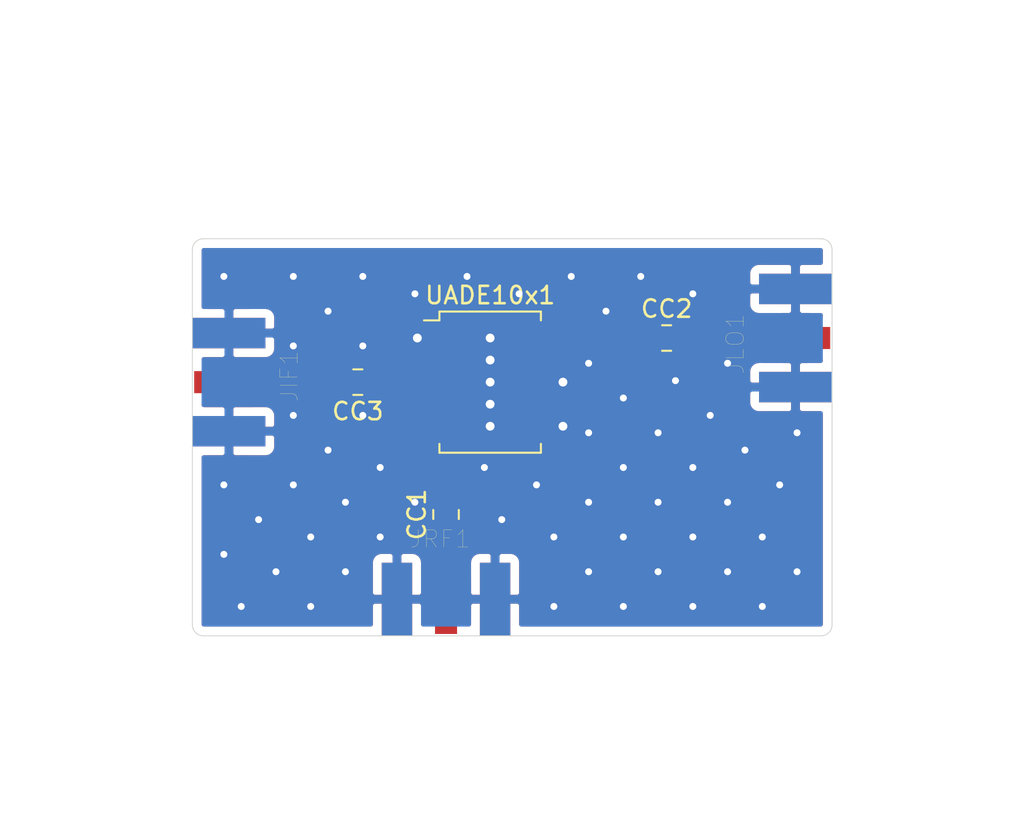
<source format=kicad_pcb>
(kicad_pcb (version 20171130) (host pcbnew "(5.1.9)-1")

  (general
    (thickness 1.6)
    (drawings 9)
    (tracks 66)
    (zones 0)
    (modules 7)
    (nets 8)
  )

  (page A4)
  (layers
    (0 F.Cu signal)
    (31 B.Cu signal)
    (32 B.Adhes user)
    (33 F.Adhes user)
    (34 B.Paste user)
    (35 F.Paste user)
    (36 B.SilkS user)
    (37 F.SilkS user)
    (38 B.Mask user)
    (39 F.Mask user)
    (40 Dwgs.User user)
    (41 Cmts.User user)
    (42 Eco1.User user)
    (43 Eco2.User user)
    (44 Edge.Cuts user)
    (45 Margin user)
    (46 B.CrtYd user)
    (47 F.CrtYd user)
    (48 B.Fab user)
    (49 F.Fab user)
  )

  (setup
    (last_trace_width 0.25)
    (user_trace_width 1)
    (trace_clearance 0.2)
    (zone_clearance 0.508)
    (zone_45_only no)
    (trace_min 0.2)
    (via_size 0.8)
    (via_drill 0.4)
    (via_min_size 0.4)
    (via_min_drill 0.3)
    (uvia_size 0.3)
    (uvia_drill 0.1)
    (uvias_allowed no)
    (uvia_min_size 0.2)
    (uvia_min_drill 0.1)
    (edge_width 0.05)
    (segment_width 0.2)
    (pcb_text_width 0.3)
    (pcb_text_size 1.5 1.5)
    (mod_edge_width 0.12)
    (mod_text_size 1 1)
    (mod_text_width 0.15)
    (pad_size 1.524 1.524)
    (pad_drill 0.762)
    (pad_to_mask_clearance 0)
    (aux_axis_origin 0 0)
    (visible_elements 7FFFFFFF)
    (pcbplotparams
      (layerselection 0x010fc_ffffffff)
      (usegerberextensions false)
      (usegerberattributes true)
      (usegerberadvancedattributes true)
      (creategerberjobfile true)
      (excludeedgelayer true)
      (linewidth 0.100000)
      (plotframeref false)
      (viasonmask false)
      (mode 1)
      (useauxorigin false)
      (hpglpennumber 1)
      (hpglpenspeed 20)
      (hpglpendiameter 15.000000)
      (psnegative false)
      (psa4output false)
      (plotreference true)
      (plotvalue true)
      (plotinvisibletext false)
      (padsonsilk false)
      (subtractmaskfromsilk false)
      (outputformat 1)
      (mirror false)
      (drillshape 0)
      (scaleselection 1)
      (outputdirectory "Gerber/"))
  )

  (net 0 "")
  (net 1 "Net-(CC1-Pad2)")
  (net 2 "Net-(CC1-Pad1)")
  (net 3 "Net-(CC2-Pad2)")
  (net 4 "Net-(CC2-Pad1)")
  (net 5 "Net-(CC3-Pad2)")
  (net 6 "Net-(CC3-Pad1)")
  (net 7 GND)

  (net_class Default "This is the default net class."
    (clearance 0.2)
    (trace_width 0.25)
    (via_dia 0.8)
    (via_drill 0.4)
    (uvia_dia 0.3)
    (uvia_drill 0.1)
    (add_net GND)
    (add_net "Net-(CC1-Pad1)")
    (add_net "Net-(CC1-Pad2)")
    (add_net "Net-(CC2-Pad1)")
    (add_net "Net-(CC2-Pad2)")
    (add_net "Net-(CC3-Pad1)")
    (add_net "Net-(CC3-Pad2)")
  )

  (module RF_Mini-Circuits:Mini-Circuits_CD542_LandPatternPL-052 (layer F.Cu) (tedit 5C180669) (tstamp 6046D2EB)
    (at 134.62 93.98)
    (descr "Footprint for Mini-Circuits case CD542 (https://ww2.minicircuits.com/case_style/CD542.pdf) using land-pattern PL-052, including GND-vias (https://ww2.minicircuits.com/pcb/98-pl052.pdf)")
    (tags "MiniCircuits PL-052 CD542")
    (path /60467C61)
    (attr smd)
    (fp_text reference UADE10x1 (at 0 -5) (layer F.SilkS)
      (effects (font (size 1 1) (thickness 0.15)))
    )
    (fp_text value ADE-6 (at 0 5.2) (layer F.Fab)
      (effects (font (size 1.2 1.2) (thickness 0.2)))
    )
    (fp_line (start 4.95 4.19) (end -4.95 4.19) (layer F.CrtYd) (width 0.05))
    (fp_line (start 4.95 4.19) (end 4.95 -4.19) (layer F.CrtYd) (width 0.05))
    (fp_line (start -4.95 -4.19) (end -4.95 4.19) (layer F.CrtYd) (width 0.05))
    (fp_line (start -4.95 -4.19) (end 4.95 -4.19) (layer F.CrtYd) (width 0.05))
    (fp_line (start -1.524 -3.937) (end -2.794 -2.667) (layer F.Fab) (width 0.1))
    (fp_line (start 2.921 4.064) (end 2.921 3.556) (layer F.SilkS) (width 0.12))
    (fp_line (start -2.921 4.064) (end 2.921 4.064) (layer F.SilkS) (width 0.12))
    (fp_line (start -2.921 3.556) (end -2.921 4.064) (layer F.SilkS) (width 0.12))
    (fp_line (start -2.921 -3.556) (end -3.81 -3.556) (layer F.SilkS) (width 0.12))
    (fp_line (start -2.921 -4.064) (end -2.921 -3.556) (layer F.SilkS) (width 0.12))
    (fp_line (start 2.921 -4.064) (end -2.921 -4.064) (layer F.SilkS) (width 0.12))
    (fp_line (start 2.921 -3.556) (end 2.921 -4.064) (layer F.SilkS) (width 0.12))
    (fp_line (start -2.794 3.937) (end 2.794 3.937) (layer F.Fab) (width 0.1))
    (fp_line (start 2.794 3.937) (end 2.794 -3.937) (layer F.Fab) (width 0.1))
    (fp_line (start 2.794 -3.937) (end -1.524 -3.937) (layer F.Fab) (width 0.1))
    (fp_line (start -2.794 -2.667) (end -2.794 3.937) (layer F.Fab) (width 0.1))
    (fp_text user %R (at 0 0 90) (layer F.Fab)
      (effects (font (size 1 1) (thickness 0.15)))
    )
    (pad 4 smd rect (at 2.032 1.27) (size 5.334 4.191) (layers F.Cu)
      (net 7 GND) (zone_connect 2))
    (pad 1 smd rect (at -2.54 -2.54) (size 2.54 1.651) (layers F.Cu F.Paste F.Mask)
      (net 7 GND) (zone_connect 2))
    (pad 2 smd rect (at -2.54 0) (size 2.54 1.651) (layers F.Cu F.Paste F.Mask)
      (net 6 "Net-(CC3-Pad1)") (clearance 0.635))
    (pad 3 smd rect (at -2.54 2.54) (size 2.54 1.651) (layers F.Cu F.Paste F.Mask)
      (net 1 "Net-(CC1-Pad2)") (clearance 0.635))
    (pad 6 smd rect (at 2.54 -2.54) (size 2.54 1.651) (layers F.Cu F.Paste F.Mask)
      (net 4 "Net-(CC2-Pad1)") (clearance 0.635))
    (pad 5 smd rect (at 2.54 0) (size 2.54 1.651) (layers F.Cu F.Paste F.Mask)
      (net 7 GND) (zone_connect 2))
    (pad 4 smd rect (at 2.54 2.54) (size 2.54 1.651) (layers F.Cu F.Paste F.Mask)
      (net 7 GND) (zone_connect 2))
    (pad 1 thru_hole circle (at -4.191 -2.54) (size 1.016 1.016) (drill 0.508) (layers *.Cu)
      (net 7 GND) (zone_connect 2))
    (pad 5 thru_hole circle (at 4.191 0) (size 1.016 1.016) (drill 0.508) (layers *.Cu)
      (net 7 GND) (zone_connect 2))
    (pad 4 thru_hole circle (at 4.191 2.54) (size 1.016 1.016) (drill 0.508) (layers *.Cu)
      (net 7 GND) (zone_connect 2))
    (pad 1 smd rect (at -2.032 -2.54) (size 5.334 1.651) (layers F.Cu)
      (net 7 GND) (zone_connect 2))
    (pad 1 thru_hole circle (at 0 -2.54) (size 1.016 1.016) (drill 0.508) (layers *.Cu)
      (net 7 GND) (zone_connect 2))
    (pad 1 thru_hole circle (at 0 -1.27) (size 1.016 1.016) (drill 0.508) (layers *.Cu)
      (net 7 GND) (zone_connect 2))
    (pad 1 thru_hole circle (at 0 0) (size 1.016 1.016) (drill 0.508) (layers *.Cu)
      (net 7 GND) (zone_connect 2))
    (pad 1 thru_hole circle (at 0 1.27) (size 1.016 1.016) (drill 0.508) (layers *.Cu)
      (net 7 GND) (zone_connect 2))
    (pad 1 thru_hole circle (at 0 2.54) (size 1.016 1.016) (drill 0.508) (layers *.Cu)
      (net 7 GND) (zone_connect 2))
    (pad 1 smd rect (at 0 0) (size 1.27 6.731) (layers F.Cu)
      (net 7 GND) (zone_connect 2))
    (model ${KISYS3DMOD}/RF_Mini-Circuits.3dshapes/Mini-Circuits_CD542.wrl
      (at (xyz 0 0 0))
      (scale (xyz 1 1 1))
      (rotate (xyz 0 0 0))
    )
  )

  (module AdditionalLibs:SAMTEC_SMA-J-P-H-ST-EM1 (layer F.Cu) (tedit 60249D12) (tstamp 6046D2C5)
    (at 132.08 106.68)
    (path /60468882)
    (fp_text reference JRF1 (at -0.34105 -3.66967) (layer F.SilkS)
      (effects (font (size 1 1) (thickness 0.015)))
    )
    (fp_text value SMA-J-P-H-ST-EM1 (at 11.20429 12.3677) (layer F.Fab)
      (effects (font (size 1 1) (thickness 0.015)))
    )
    (fp_line (start -3.75 2.15) (end -3.75 -2.55) (layer F.CrtYd) (width 0.05))
    (fp_line (start -3.415 2.15) (end -3.75 2.15) (layer F.CrtYd) (width 0.05))
    (fp_line (start -3.415 11.67) (end -3.415 2.15) (layer F.CrtYd) (width 0.05))
    (fp_line (start 3.415 11.67) (end -3.415 11.67) (layer F.CrtYd) (width 0.05))
    (fp_line (start 3.415 2.15) (end 3.415 11.67) (layer F.CrtYd) (width 0.05))
    (fp_line (start 3.75 2.15) (end 3.415 2.15) (layer F.CrtYd) (width 0.05))
    (fp_line (start 3.75 -2.55) (end 3.75 2.15) (layer F.CrtYd) (width 0.05))
    (fp_line (start -3.75 -2.55) (end 3.75 -2.55) (layer F.CrtYd) (width 0.05))
    (fp_line (start 3.175 -1.91) (end 3.165 1.9) (layer F.Fab) (width 0.1))
    (fp_line (start -3.175 -1.91) (end 3.175 -1.91) (layer F.Fab) (width 0.1))
    (fp_line (start -3.165 1.9) (end -3.175 -1.91) (layer F.Fab) (width 0.1))
    (fp_line (start 3.165 1.9) (end 5 1.9) (layer F.Fab) (width 0.1))
    (fp_line (start -3.165 1.9) (end 3.165 1.9) (layer F.Fab) (width 0.1))
    (fp_line (start -5 1.9) (end -3.165 1.9) (layer F.Fab) (width 0.1))
    (fp_line (start -3.165 11.42) (end -3.165 1.9) (layer F.Fab) (width 0.1))
    (fp_line (start 3.165 11.42) (end -3.165 11.42) (layer F.Fab) (width 0.1))
    (fp_line (start 3.165 1.9) (end 3.165 11.42) (layer F.Fab) (width 0.1))
    (fp_text user PCB~EDGE (at 4.30403 1.70159) (layer F.Fab)
      (effects (font (size 0.48 0.48) (thickness 0.015)))
    )
    (pad 3_2 smd rect (at 2.825 -0.2) (size 1.75 4.2) (layers B.Cu B.Paste B.Mask)
      (net 7 GND))
    (pad 2_2 smd rect (at -2.825 -0.2) (size 1.75 4.2) (layers B.Cu B.Paste B.Mask)
      (net 7 GND))
    (pad 3_1 smd rect (at 2.825 -0.2) (size 1.75 4.2) (layers F.Cu F.Paste F.Mask)
      (net 7 GND))
    (pad 2_1 smd rect (at -2.825 -0.2) (size 1.75 4.2) (layers F.Cu F.Paste F.Mask)
      (net 7 GND))
    (pad 1 smd rect (at 0 0) (size 1.27 3.6) (layers F.Cu F.Paste F.Mask)
      (net 2 "Net-(CC1-Pad1)"))
  )

  (module AdditionalLibs:SAMTEC_SMA-J-P-H-ST-EM1 (layer F.Cu) (tedit 60249D12) (tstamp 6046D2AA)
    (at 152.4 91.44 90)
    (path /6046E728)
    (fp_text reference JLO1 (at -0.34105 -3.66967 90) (layer F.SilkS)
      (effects (font (size 1 1) (thickness 0.015)))
    )
    (fp_text value SMA-J-P-H-ST-EM1 (at 11.20429 12.3677 90) (layer F.Fab)
      (effects (font (size 1 1) (thickness 0.015)))
    )
    (fp_line (start -3.75 2.15) (end -3.75 -2.55) (layer F.CrtYd) (width 0.05))
    (fp_line (start -3.415 2.15) (end -3.75 2.15) (layer F.CrtYd) (width 0.05))
    (fp_line (start -3.415 11.67) (end -3.415 2.15) (layer F.CrtYd) (width 0.05))
    (fp_line (start 3.415 11.67) (end -3.415 11.67) (layer F.CrtYd) (width 0.05))
    (fp_line (start 3.415 2.15) (end 3.415 11.67) (layer F.CrtYd) (width 0.05))
    (fp_line (start 3.75 2.15) (end 3.415 2.15) (layer F.CrtYd) (width 0.05))
    (fp_line (start 3.75 -2.55) (end 3.75 2.15) (layer F.CrtYd) (width 0.05))
    (fp_line (start -3.75 -2.55) (end 3.75 -2.55) (layer F.CrtYd) (width 0.05))
    (fp_line (start 3.175 -1.91) (end 3.165 1.9) (layer F.Fab) (width 0.1))
    (fp_line (start -3.175 -1.91) (end 3.175 -1.91) (layer F.Fab) (width 0.1))
    (fp_line (start -3.165 1.9) (end -3.175 -1.91) (layer F.Fab) (width 0.1))
    (fp_line (start 3.165 1.9) (end 5 1.9) (layer F.Fab) (width 0.1))
    (fp_line (start -3.165 1.9) (end 3.165 1.9) (layer F.Fab) (width 0.1))
    (fp_line (start -5 1.9) (end -3.165 1.9) (layer F.Fab) (width 0.1))
    (fp_line (start -3.165 11.42) (end -3.165 1.9) (layer F.Fab) (width 0.1))
    (fp_line (start 3.165 11.42) (end -3.165 11.42) (layer F.Fab) (width 0.1))
    (fp_line (start 3.165 1.9) (end 3.165 11.42) (layer F.Fab) (width 0.1))
    (fp_text user PCB~EDGE (at 4.30403 1.70159 90) (layer F.Fab)
      (effects (font (size 0.48 0.48) (thickness 0.015)))
    )
    (pad 3_2 smd rect (at 2.825 -0.2 90) (size 1.75 4.2) (layers B.Cu B.Paste B.Mask)
      (net 7 GND))
    (pad 2_2 smd rect (at -2.825 -0.2 90) (size 1.75 4.2) (layers B.Cu B.Paste B.Mask)
      (net 7 GND))
    (pad 3_1 smd rect (at 2.825 -0.2 90) (size 1.75 4.2) (layers F.Cu F.Paste F.Mask)
      (net 7 GND))
    (pad 2_1 smd rect (at -2.825 -0.2 90) (size 1.75 4.2) (layers F.Cu F.Paste F.Mask)
      (net 7 GND))
    (pad 1 smd rect (at 0 0 90) (size 1.27 3.6) (layers F.Cu F.Paste F.Mask)
      (net 3 "Net-(CC2-Pad2)"))
  )

  (module AdditionalLibs:SAMTEC_SMA-J-P-H-ST-EM1 (layer F.Cu) (tedit 60249D12) (tstamp 6046D28F)
    (at 119.38 93.98 270)
    (path /60480698)
    (fp_text reference JIF1 (at -0.34105 -3.66967 90) (layer F.SilkS)
      (effects (font (size 1 1) (thickness 0.015)))
    )
    (fp_text value SMA-J-P-H-ST-EM1 (at 11.20429 12.3677 90) (layer F.Fab)
      (effects (font (size 1 1) (thickness 0.015)))
    )
    (fp_line (start -3.75 2.15) (end -3.75 -2.55) (layer F.CrtYd) (width 0.05))
    (fp_line (start -3.415 2.15) (end -3.75 2.15) (layer F.CrtYd) (width 0.05))
    (fp_line (start -3.415 11.67) (end -3.415 2.15) (layer F.CrtYd) (width 0.05))
    (fp_line (start 3.415 11.67) (end -3.415 11.67) (layer F.CrtYd) (width 0.05))
    (fp_line (start 3.415 2.15) (end 3.415 11.67) (layer F.CrtYd) (width 0.05))
    (fp_line (start 3.75 2.15) (end 3.415 2.15) (layer F.CrtYd) (width 0.05))
    (fp_line (start 3.75 -2.55) (end 3.75 2.15) (layer F.CrtYd) (width 0.05))
    (fp_line (start -3.75 -2.55) (end 3.75 -2.55) (layer F.CrtYd) (width 0.05))
    (fp_line (start 3.175 -1.91) (end 3.165 1.9) (layer F.Fab) (width 0.1))
    (fp_line (start -3.175 -1.91) (end 3.175 -1.91) (layer F.Fab) (width 0.1))
    (fp_line (start -3.165 1.9) (end -3.175 -1.91) (layer F.Fab) (width 0.1))
    (fp_line (start 3.165 1.9) (end 5 1.9) (layer F.Fab) (width 0.1))
    (fp_line (start -3.165 1.9) (end 3.165 1.9) (layer F.Fab) (width 0.1))
    (fp_line (start -5 1.9) (end -3.165 1.9) (layer F.Fab) (width 0.1))
    (fp_line (start -3.165 11.42) (end -3.165 1.9) (layer F.Fab) (width 0.1))
    (fp_line (start 3.165 11.42) (end -3.165 11.42) (layer F.Fab) (width 0.1))
    (fp_line (start 3.165 1.9) (end 3.165 11.42) (layer F.Fab) (width 0.1))
    (fp_text user PCB~EDGE (at 4.30403 1.70159 90) (layer F.Fab)
      (effects (font (size 0.48 0.48) (thickness 0.015)))
    )
    (pad 3_2 smd rect (at 2.825 -0.2 270) (size 1.75 4.2) (layers B.Cu B.Paste B.Mask)
      (net 7 GND))
    (pad 2_2 smd rect (at -2.825 -0.2 270) (size 1.75 4.2) (layers B.Cu B.Paste B.Mask)
      (net 7 GND))
    (pad 3_1 smd rect (at 2.825 -0.2 270) (size 1.75 4.2) (layers F.Cu F.Paste F.Mask)
      (net 7 GND))
    (pad 2_1 smd rect (at -2.825 -0.2 270) (size 1.75 4.2) (layers F.Cu F.Paste F.Mask)
      (net 7 GND))
    (pad 1 smd rect (at 0 0 270) (size 1.27 3.6) (layers F.Cu F.Paste F.Mask)
      (net 5 "Net-(CC3-Pad2)"))
  )

  (module Capacitor_SMD:C_0805_2012Metric (layer F.Cu) (tedit 5F68FEEE) (tstamp 6046D274)
    (at 127 93.98 180)
    (descr "Capacitor SMD 0805 (2012 Metric), square (rectangular) end terminal, IPC_7351 nominal, (Body size source: IPC-SM-782 page 76, https://www.pcb-3d.com/wordpress/wp-content/uploads/ipc-sm-782a_amendment_1_and_2.pdf, https://docs.google.com/spreadsheets/d/1BsfQQcO9C6DZCsRaXUlFlo91Tg2WpOkGARC1WS5S8t0/edit?usp=sharing), generated with kicad-footprint-generator")
    (tags capacitor)
    (path /6048069E)
    (attr smd)
    (fp_text reference CC3 (at 0 -1.68) (layer F.SilkS)
      (effects (font (size 1 1) (thickness 0.15)))
    )
    (fp_text value C (at 0 1.68) (layer F.Fab)
      (effects (font (size 1 1) (thickness 0.15)))
    )
    (fp_line (start 1.7 0.98) (end -1.7 0.98) (layer F.CrtYd) (width 0.05))
    (fp_line (start 1.7 -0.98) (end 1.7 0.98) (layer F.CrtYd) (width 0.05))
    (fp_line (start -1.7 -0.98) (end 1.7 -0.98) (layer F.CrtYd) (width 0.05))
    (fp_line (start -1.7 0.98) (end -1.7 -0.98) (layer F.CrtYd) (width 0.05))
    (fp_line (start -0.261252 0.735) (end 0.261252 0.735) (layer F.SilkS) (width 0.12))
    (fp_line (start -0.261252 -0.735) (end 0.261252 -0.735) (layer F.SilkS) (width 0.12))
    (fp_line (start 1 0.625) (end -1 0.625) (layer F.Fab) (width 0.1))
    (fp_line (start 1 -0.625) (end 1 0.625) (layer F.Fab) (width 0.1))
    (fp_line (start -1 -0.625) (end 1 -0.625) (layer F.Fab) (width 0.1))
    (fp_line (start -1 0.625) (end -1 -0.625) (layer F.Fab) (width 0.1))
    (fp_text user %R (at 0 0) (layer F.Fab)
      (effects (font (size 0.5 0.5) (thickness 0.08)))
    )
    (pad 2 smd roundrect (at 0.95 0 180) (size 1 1.45) (layers F.Cu F.Paste F.Mask) (roundrect_rratio 0.25)
      (net 5 "Net-(CC3-Pad2)"))
    (pad 1 smd roundrect (at -0.95 0 180) (size 1 1.45) (layers F.Cu F.Paste F.Mask) (roundrect_rratio 0.25)
      (net 6 "Net-(CC3-Pad1)"))
    (model ${KISYS3DMOD}/Capacitor_SMD.3dshapes/C_0805_2012Metric.wrl
      (at (xyz 0 0 0))
      (scale (xyz 1 1 1))
      (rotate (xyz 0 0 0))
    )
  )

  (module Capacitor_SMD:C_0805_2012Metric (layer F.Cu) (tedit 5F68FEEE) (tstamp 6046D263)
    (at 144.78 91.44)
    (descr "Capacitor SMD 0805 (2012 Metric), square (rectangular) end terminal, IPC_7351 nominal, (Body size source: IPC-SM-782 page 76, https://www.pcb-3d.com/wordpress/wp-content/uploads/ipc-sm-782a_amendment_1_and_2.pdf, https://docs.google.com/spreadsheets/d/1BsfQQcO9C6DZCsRaXUlFlo91Tg2WpOkGARC1WS5S8t0/edit?usp=sharing), generated with kicad-footprint-generator")
    (tags capacitor)
    (path /60473191)
    (attr smd)
    (fp_text reference CC2 (at 0 -1.68) (layer F.SilkS)
      (effects (font (size 1 1) (thickness 0.15)))
    )
    (fp_text value C (at 0 1.68) (layer F.Fab)
      (effects (font (size 1 1) (thickness 0.15)))
    )
    (fp_line (start 1.7 0.98) (end -1.7 0.98) (layer F.CrtYd) (width 0.05))
    (fp_line (start 1.7 -0.98) (end 1.7 0.98) (layer F.CrtYd) (width 0.05))
    (fp_line (start -1.7 -0.98) (end 1.7 -0.98) (layer F.CrtYd) (width 0.05))
    (fp_line (start -1.7 0.98) (end -1.7 -0.98) (layer F.CrtYd) (width 0.05))
    (fp_line (start -0.261252 0.735) (end 0.261252 0.735) (layer F.SilkS) (width 0.12))
    (fp_line (start -0.261252 -0.735) (end 0.261252 -0.735) (layer F.SilkS) (width 0.12))
    (fp_line (start 1 0.625) (end -1 0.625) (layer F.Fab) (width 0.1))
    (fp_line (start 1 -0.625) (end 1 0.625) (layer F.Fab) (width 0.1))
    (fp_line (start -1 -0.625) (end 1 -0.625) (layer F.Fab) (width 0.1))
    (fp_line (start -1 0.625) (end -1 -0.625) (layer F.Fab) (width 0.1))
    (fp_text user %R (at 0 0) (layer F.Fab)
      (effects (font (size 0.5 0.5) (thickness 0.08)))
    )
    (pad 2 smd roundrect (at 0.95 0) (size 1 1.45) (layers F.Cu F.Paste F.Mask) (roundrect_rratio 0.25)
      (net 3 "Net-(CC2-Pad2)"))
    (pad 1 smd roundrect (at -0.95 0) (size 1 1.45) (layers F.Cu F.Paste F.Mask) (roundrect_rratio 0.25)
      (net 4 "Net-(CC2-Pad1)"))
    (model ${KISYS3DMOD}/Capacitor_SMD.3dshapes/C_0805_2012Metric.wrl
      (at (xyz 0 0 0))
      (scale (xyz 1 1 1))
      (rotate (xyz 0 0 0))
    )
  )

  (module Capacitor_SMD:C_0805_2012Metric (layer F.Cu) (tedit 5F68FEEE) (tstamp 6046D252)
    (at 132.08 101.6 90)
    (descr "Capacitor SMD 0805 (2012 Metric), square (rectangular) end terminal, IPC_7351 nominal, (Body size source: IPC-SM-782 page 76, https://www.pcb-3d.com/wordpress/wp-content/uploads/ipc-sm-782a_amendment_1_and_2.pdf, https://docs.google.com/spreadsheets/d/1BsfQQcO9C6DZCsRaXUlFlo91Tg2WpOkGARC1WS5S8t0/edit?usp=sharing), generated with kicad-footprint-generator")
    (tags capacitor)
    (path /6046C6AA)
    (attr smd)
    (fp_text reference CC1 (at 0 -1.68 90) (layer F.SilkS)
      (effects (font (size 1 1) (thickness 0.15)))
    )
    (fp_text value C (at 0 1.68 90) (layer F.Fab)
      (effects (font (size 1 1) (thickness 0.15)))
    )
    (fp_line (start 1.7 0.98) (end -1.7 0.98) (layer F.CrtYd) (width 0.05))
    (fp_line (start 1.7 -0.98) (end 1.7 0.98) (layer F.CrtYd) (width 0.05))
    (fp_line (start -1.7 -0.98) (end 1.7 -0.98) (layer F.CrtYd) (width 0.05))
    (fp_line (start -1.7 0.98) (end -1.7 -0.98) (layer F.CrtYd) (width 0.05))
    (fp_line (start -0.261252 0.735) (end 0.261252 0.735) (layer F.SilkS) (width 0.12))
    (fp_line (start -0.261252 -0.735) (end 0.261252 -0.735) (layer F.SilkS) (width 0.12))
    (fp_line (start 1 0.625) (end -1 0.625) (layer F.Fab) (width 0.1))
    (fp_line (start 1 -0.625) (end 1 0.625) (layer F.Fab) (width 0.1))
    (fp_line (start -1 -0.625) (end 1 -0.625) (layer F.Fab) (width 0.1))
    (fp_line (start -1 0.625) (end -1 -0.625) (layer F.Fab) (width 0.1))
    (fp_text user %R (at 0 0 90) (layer F.Fab)
      (effects (font (size 0.5 0.5) (thickness 0.08)))
    )
    (pad 2 smd roundrect (at 0.95 0 90) (size 1 1.45) (layers F.Cu F.Paste F.Mask) (roundrect_rratio 0.25)
      (net 1 "Net-(CC1-Pad2)"))
    (pad 1 smd roundrect (at -0.95 0 90) (size 1 1.45) (layers F.Cu F.Paste F.Mask) (roundrect_rratio 0.25)
      (net 2 "Net-(CC1-Pad1)"))
    (model ${KISYS3DMOD}/Capacitor_SMD.3dshapes/C_0805_2012Metric.wrl
      (at (xyz 0 0 0))
      (scale (xyz 1 1 1))
      (rotate (xyz 0 0 0))
    )
  )

  (gr_text "Adex-10+ Board" (at 144.78 98.044) (layer Dwgs.User)
    (effects (font (size 1 1) (thickness 0.15)))
  )
  (gr_line (start 118.11 108.585) (end 153.67 108.585) (layer Edge.Cuts) (width 0.05) (tstamp 6046DEC3))
  (gr_line (start 117.475 86.36) (end 117.475 107.95) (layer Edge.Cuts) (width 0.05) (tstamp 6046DEC2))
  (gr_line (start 153.67 85.725) (end 118.11 85.725) (layer Edge.Cuts) (width 0.05) (tstamp 6046DEC1))
  (gr_line (start 154.305 107.95) (end 154.305 86.36) (layer Edge.Cuts) (width 0.05) (tstamp 6046DEC0))
  (gr_arc (start 153.67 107.95) (end 153.67 108.585) (angle -90) (layer Edge.Cuts) (width 0.05))
  (gr_arc (start 118.11 107.95) (end 117.475 107.95) (angle -90) (layer Edge.Cuts) (width 0.05))
  (gr_arc (start 118.11 86.36) (end 118.11 85.725) (angle -90) (layer Edge.Cuts) (width 0.05))
  (gr_arc (start 153.67 86.36) (end 154.305 86.36) (angle -90) (layer Edge.Cuts) (width 0.05))

  (segment (start 132.08 100.65) (end 132.08 96.52) (width 1) (layer F.Cu) (net 1))
  (segment (start 132.08 106.68) (end 132.08 103.88) (width 1) (layer F.Cu) (net 2))
  (segment (start 132.08 103.88) (end 132.08 102.87) (width 1) (layer F.Cu) (net 2))
  (segment (start 145.73 91.44) (end 152.4 91.44) (width 1) (layer F.Cu) (net 3))
  (segment (start 137.16 91.44) (end 143.51 91.44) (width 1) (layer F.Cu) (net 4))
  (segment (start 126.05 93.98) (end 119.38 93.98) (width 1) (layer F.Cu) (net 5))
  (segment (start 132.08 93.98) (end 128.27 93.98) (width 1) (layer F.Cu) (net 6))
  (via (at 119.28855 87.894876) (size 0.8) (drill 0.4) (layers F.Cu B.Cu) (net 7) (tstamp 21))
  (via (at 119.28855 99.894876) (size 0.8) (drill 0.4) (layers F.Cu B.Cu) (net 7) (tstamp 21))
  (via (at 119.28855 103.894876) (size 0.8) (drill 0.4) (layers F.Cu B.Cu) (net 7) (tstamp 21))
  (via (at 120.28855 106.894876) (size 0.8) (drill 0.4) (layers F.Cu B.Cu) (net 7) (tstamp 21))
  (via (at 121.28855 101.894876) (size 0.8) (drill 0.4) (layers F.Cu B.Cu) (net 7) (tstamp 21))
  (via (at 122.28855 104.894876) (size 0.8) (drill 0.4) (layers F.Cu B.Cu) (net 7) (tstamp 21))
  (via (at 123.28855 87.894876) (size 0.8) (drill 0.4) (layers F.Cu B.Cu) (net 7) (tstamp 21))
  (via (at 123.28855 91.894876) (size 0.8) (drill 0.4) (layers F.Cu B.Cu) (net 7) (tstamp 21))
  (via (at 123.28855 95.894876) (size 0.8) (drill 0.4) (layers F.Cu B.Cu) (net 7) (tstamp 21))
  (via (at 123.28855 99.894876) (size 0.8) (drill 0.4) (layers F.Cu B.Cu) (net 7) (tstamp 21))
  (via (at 124.28855 102.894876) (size 0.8) (drill 0.4) (layers F.Cu B.Cu) (net 7) (tstamp 21))
  (via (at 124.28855 106.894876) (size 0.8) (drill 0.4) (layers F.Cu B.Cu) (net 7) (tstamp 21))
  (via (at 125.28855 89.894876) (size 0.8) (drill 0.4) (layers F.Cu B.Cu) (net 7) (tstamp 21))
  (via (at 125.28855 97.894876) (size 0.8) (drill 0.4) (layers F.Cu B.Cu) (net 7) (tstamp 21))
  (via (at 126.28855 100.894876) (size 0.8) (drill 0.4) (layers F.Cu B.Cu) (net 7) (tstamp 21))
  (via (at 126.28855 104.894876) (size 0.8) (drill 0.4) (layers F.Cu B.Cu) (net 7) (tstamp 21))
  (via (at 127.28855 87.894876) (size 0.8) (drill 0.4) (layers F.Cu B.Cu) (net 7) (tstamp 21))
  (via (at 127.28855 91.894876) (size 0.8) (drill 0.4) (layers F.Cu B.Cu) (net 7) (tstamp 21))
  (via (at 127.28855 95.894876) (size 0.8) (drill 0.4) (layers F.Cu B.Cu) (net 7) (tstamp 21))
  (via (at 128.28855 98.894876) (size 0.8) (drill 0.4) (layers F.Cu B.Cu) (net 7) (tstamp 21))
  (via (at 128.28855 102.894876) (size 0.8) (drill 0.4) (layers F.Cu B.Cu) (net 7) (tstamp 21))
  (via (at 130.28855 88.894876) (size 0.8) (drill 0.4) (layers F.Cu B.Cu) (net 7) (tstamp 21))
  (via (at 130.28855 100.894876) (size 0.8) (drill 0.4) (layers F.Cu B.Cu) (net 7) (tstamp 21))
  (via (at 133.28855 87.894876) (size 0.8) (drill 0.4) (layers F.Cu B.Cu) (net 7) (tstamp 21))
  (via (at 134.28855 98.894876) (size 0.8) (drill 0.4) (layers F.Cu B.Cu) (net 7) (tstamp 21))
  (via (at 135.28855 101.894876) (size 0.8) (drill 0.4) (layers F.Cu B.Cu) (net 7) (tstamp 21))
  (via (at 136.28855 88.894876) (size 0.8) (drill 0.4) (layers F.Cu B.Cu) (net 7) (tstamp 21))
  (via (at 137.28855 99.894876) (size 0.8) (drill 0.4) (layers F.Cu B.Cu) (net 7) (tstamp 21))
  (via (at 138.28855 102.894876) (size 0.8) (drill 0.4) (layers F.Cu B.Cu) (net 7) (tstamp 21))
  (via (at 138.28855 106.894876) (size 0.8) (drill 0.4) (layers F.Cu B.Cu) (net 7) (tstamp 21))
  (via (at 139.28855 87.894876) (size 0.8) (drill 0.4) (layers F.Cu B.Cu) (net 7) (tstamp 21))
  (via (at 140.28855 92.894876) (size 0.8) (drill 0.4) (layers F.Cu B.Cu) (net 7) (tstamp 21))
  (via (at 140.28855 96.894876) (size 0.8) (drill 0.4) (layers F.Cu B.Cu) (net 7) (tstamp 21))
  (via (at 140.28855 100.894876) (size 0.8) (drill 0.4) (layers F.Cu B.Cu) (net 7) (tstamp 21))
  (via (at 140.28855 104.894876) (size 0.8) (drill 0.4) (layers F.Cu B.Cu) (net 7) (tstamp 21))
  (via (at 141.28855 89.894876) (size 0.8) (drill 0.4) (layers F.Cu B.Cu) (net 7) (tstamp 21))
  (via (at 142.28855 94.894876) (size 0.8) (drill 0.4) (layers F.Cu B.Cu) (net 7) (tstamp 21))
  (via (at 142.28855 98.894876) (size 0.8) (drill 0.4) (layers F.Cu B.Cu) (net 7) (tstamp 21))
  (via (at 142.28855 102.894876) (size 0.8) (drill 0.4) (layers F.Cu B.Cu) (net 7) (tstamp 21))
  (via (at 142.28855 106.894876) (size 0.8) (drill 0.4) (layers F.Cu B.Cu) (net 7) (tstamp 21))
  (via (at 143.28855 87.894876) (size 0.8) (drill 0.4) (layers F.Cu B.Cu) (net 7) (tstamp 21))
  (via (at 144.28855 96.894876) (size 0.8) (drill 0.4) (layers F.Cu B.Cu) (net 7) (tstamp 21))
  (via (at 144.28855 100.894876) (size 0.8) (drill 0.4) (layers F.Cu B.Cu) (net 7) (tstamp 21))
  (via (at 144.28855 104.894876) (size 0.8) (drill 0.4) (layers F.Cu B.Cu) (net 7) (tstamp 21))
  (via (at 145.28855 93.894876) (size 0.8) (drill 0.4) (layers F.Cu B.Cu) (net 7) (tstamp 21))
  (via (at 146.28855 88.894876) (size 0.8) (drill 0.4) (layers F.Cu B.Cu) (net 7) (tstamp 21))
  (via (at 146.28855 98.894876) (size 0.8) (drill 0.4) (layers F.Cu B.Cu) (net 7) (tstamp 21))
  (via (at 146.28855 102.894876) (size 0.8) (drill 0.4) (layers F.Cu B.Cu) (net 7) (tstamp 21))
  (via (at 146.28855 106.894876) (size 0.8) (drill 0.4) (layers F.Cu B.Cu) (net 7) (tstamp 21))
  (via (at 147.28855 95.894876) (size 0.8) (drill 0.4) (layers F.Cu B.Cu) (net 7) (tstamp 21))
  (via (at 148.28855 92.894876) (size 0.8) (drill 0.4) (layers F.Cu B.Cu) (net 7) (tstamp 21))
  (via (at 148.28855 100.894876) (size 0.8) (drill 0.4) (layers F.Cu B.Cu) (net 7) (tstamp 21))
  (via (at 148.28855 104.894876) (size 0.8) (drill 0.4) (layers F.Cu B.Cu) (net 7) (tstamp 21))
  (via (at 149.28855 97.894876) (size 0.8) (drill 0.4) (layers F.Cu B.Cu) (net 7) (tstamp 21))
  (via (at 150.28855 102.894876) (size 0.8) (drill 0.4) (layers F.Cu B.Cu) (net 7) (tstamp 21))
  (via (at 150.28855 106.894876) (size 0.8) (drill 0.4) (layers F.Cu B.Cu) (net 7) (tstamp 21))
  (via (at 151.28855 99.894876) (size 0.8) (drill 0.4) (layers F.Cu B.Cu) (net 7) (tstamp 21))
  (via (at 152.28855 96.894876) (size 0.8) (drill 0.4) (layers F.Cu B.Cu) (net 7) (tstamp 21))
  (via (at 152.28855 104.894876) (size 0.8) (drill 0.4) (layers F.Cu B.Cu) (net 7) (tstamp 21))

  (zone (net 7) (net_name GND) (layer B.Cu) (tstamp 6052868C) (hatch edge 0.508)
    (connect_pads (clearance 0.508))
    (min_thickness 0.254)
    (fill yes (arc_segments 32) (thermal_gap 0.508) (thermal_bridge_width 0.508))
    (polygon
      (pts
        (xy 154.305 108.585) (xy 117.475 108.585) (xy 117.475 85.725) (xy 154.305 85.725)
      )
    )
    (filled_polygon
      (pts
        (xy 153.644513 86.385666) (xy 153.645001 86.39031) (xy 153.645001 87.103037) (xy 152.48575 87.105) (xy 152.327 87.26375)
        (xy 152.327 88.488) (xy 152.347 88.488) (xy 152.347 88.742) (xy 152.327 88.742) (xy 152.327 89.96625)
        (xy 152.48575 90.125) (xy 153.645001 90.126963) (xy 153.645001 92.753037) (xy 152.48575 92.755) (xy 152.327 92.91375)
        (xy 152.327 94.138) (xy 152.347 94.138) (xy 152.347 94.392) (xy 152.327 94.392) (xy 152.327 95.61625)
        (xy 152.48575 95.775) (xy 153.645001 95.776963) (xy 153.645 107.917725) (xy 153.644335 107.924513) (xy 153.639699 107.925)
        (xy 136.416963 107.925) (xy 136.415 106.76575) (xy 136.25625 106.607) (xy 135.032 106.607) (xy 135.032 106.627)
        (xy 134.778 106.627) (xy 134.778 106.607) (xy 133.55375 106.607) (xy 133.395 106.76575) (xy 133.393037 107.925)
        (xy 130.766963 107.925) (xy 130.765 106.76575) (xy 130.60625 106.607) (xy 129.382 106.607) (xy 129.382 106.627)
        (xy 129.128 106.627) (xy 129.128 106.607) (xy 127.90375 106.607) (xy 127.745 106.76575) (xy 127.743037 107.925)
        (xy 118.142275 107.925) (xy 118.135487 107.924335) (xy 118.135 107.919699) (xy 118.135 104.38) (xy 127.741928 104.38)
        (xy 127.745 106.19425) (xy 127.90375 106.353) (xy 129.128 106.353) (xy 129.128 103.90375) (xy 129.382 103.90375)
        (xy 129.382 106.353) (xy 130.60625 106.353) (xy 130.765 106.19425) (xy 130.768072 104.38) (xy 133.391928 104.38)
        (xy 133.395 106.19425) (xy 133.55375 106.353) (xy 134.778 106.353) (xy 134.778 103.90375) (xy 135.032 103.90375)
        (xy 135.032 106.353) (xy 136.25625 106.353) (xy 136.415 106.19425) (xy 136.418072 104.38) (xy 136.405812 104.255518)
        (xy 136.369502 104.13582) (xy 136.310537 104.025506) (xy 136.231185 103.928815) (xy 136.134494 103.849463) (xy 136.02418 103.790498)
        (xy 135.904482 103.754188) (xy 135.78 103.741928) (xy 135.19075 103.745) (xy 135.032 103.90375) (xy 134.778 103.90375)
        (xy 134.61925 103.745) (xy 134.03 103.741928) (xy 133.905518 103.754188) (xy 133.78582 103.790498) (xy 133.675506 103.849463)
        (xy 133.578815 103.928815) (xy 133.499463 104.025506) (xy 133.440498 104.13582) (xy 133.404188 104.255518) (xy 133.391928 104.38)
        (xy 130.768072 104.38) (xy 130.755812 104.255518) (xy 130.719502 104.13582) (xy 130.660537 104.025506) (xy 130.581185 103.928815)
        (xy 130.484494 103.849463) (xy 130.37418 103.790498) (xy 130.254482 103.754188) (xy 130.13 103.741928) (xy 129.54075 103.745)
        (xy 129.382 103.90375) (xy 129.128 103.90375) (xy 128.96925 103.745) (xy 128.38 103.741928) (xy 128.255518 103.754188)
        (xy 128.13582 103.790498) (xy 128.025506 103.849463) (xy 127.928815 103.928815) (xy 127.849463 104.025506) (xy 127.790498 104.13582)
        (xy 127.754188 104.255518) (xy 127.741928 104.38) (xy 118.135 104.38) (xy 118.135 98.316963) (xy 119.29425 98.315)
        (xy 119.453 98.15625) (xy 119.453 96.932) (xy 119.707 96.932) (xy 119.707 98.15625) (xy 119.86575 98.315)
        (xy 121.68 98.318072) (xy 121.804482 98.305812) (xy 121.92418 98.269502) (xy 122.034494 98.210537) (xy 122.131185 98.131185)
        (xy 122.210537 98.034494) (xy 122.269502 97.92418) (xy 122.305812 97.804482) (xy 122.318072 97.68) (xy 122.315 97.09075)
        (xy 122.15625 96.932) (xy 119.707 96.932) (xy 119.453 96.932) (xy 119.433 96.932) (xy 119.433 96.678)
        (xy 119.453 96.678) (xy 119.453 95.45375) (xy 119.707 95.45375) (xy 119.707 96.678) (xy 122.15625 96.678)
        (xy 122.315 96.51925) (xy 122.318072 95.93) (xy 122.305812 95.805518) (xy 122.269502 95.68582) (xy 122.210537 95.575506)
        (xy 122.131185 95.478815) (xy 122.034494 95.399463) (xy 121.92418 95.340498) (xy 121.804482 95.304188) (xy 121.68 95.291928)
        (xy 119.86575 95.295) (xy 119.707 95.45375) (xy 119.453 95.45375) (xy 119.29425 95.295) (xy 118.135 95.293037)
        (xy 118.135 95.14) (xy 149.461928 95.14) (xy 149.474188 95.264482) (xy 149.510498 95.38418) (xy 149.569463 95.494494)
        (xy 149.648815 95.591185) (xy 149.745506 95.670537) (xy 149.85582 95.729502) (xy 149.975518 95.765812) (xy 150.1 95.778072)
        (xy 151.91425 95.775) (xy 152.073 95.61625) (xy 152.073 94.392) (xy 149.62375 94.392) (xy 149.465 94.55075)
        (xy 149.461928 95.14) (xy 118.135 95.14) (xy 118.135 93.39) (xy 149.461928 93.39) (xy 149.465 93.97925)
        (xy 149.62375 94.138) (xy 152.073 94.138) (xy 152.073 92.91375) (xy 151.91425 92.755) (xy 150.1 92.751928)
        (xy 149.975518 92.764188) (xy 149.85582 92.800498) (xy 149.745506 92.859463) (xy 149.648815 92.938815) (xy 149.569463 93.035506)
        (xy 149.510498 93.14582) (xy 149.474188 93.265518) (xy 149.461928 93.39) (xy 118.135 93.39) (xy 118.135 92.666963)
        (xy 119.29425 92.665) (xy 119.453 92.50625) (xy 119.453 91.282) (xy 119.707 91.282) (xy 119.707 92.50625)
        (xy 119.86575 92.665) (xy 121.68 92.668072) (xy 121.804482 92.655812) (xy 121.92418 92.619502) (xy 122.034494 92.560537)
        (xy 122.131185 92.481185) (xy 122.210537 92.384494) (xy 122.269502 92.27418) (xy 122.305812 92.154482) (xy 122.318072 92.03)
        (xy 122.315 91.44075) (xy 122.15625 91.282) (xy 119.707 91.282) (xy 119.453 91.282) (xy 119.433 91.282)
        (xy 119.433 91.028) (xy 119.453 91.028) (xy 119.453 89.80375) (xy 119.707 89.80375) (xy 119.707 91.028)
        (xy 122.15625 91.028) (xy 122.315 90.86925) (xy 122.318072 90.28) (xy 122.305812 90.155518) (xy 122.269502 90.03582)
        (xy 122.210537 89.925506) (xy 122.131185 89.828815) (xy 122.034494 89.749463) (xy 121.92418 89.690498) (xy 121.804482 89.654188)
        (xy 121.68 89.641928) (xy 119.86575 89.645) (xy 119.707 89.80375) (xy 119.453 89.80375) (xy 119.29425 89.645)
        (xy 118.135 89.643037) (xy 118.135 89.49) (xy 149.461928 89.49) (xy 149.474188 89.614482) (xy 149.510498 89.73418)
        (xy 149.569463 89.844494) (xy 149.648815 89.941185) (xy 149.745506 90.020537) (xy 149.85582 90.079502) (xy 149.975518 90.115812)
        (xy 150.1 90.128072) (xy 151.91425 90.125) (xy 152.073 89.96625) (xy 152.073 88.742) (xy 149.62375 88.742)
        (xy 149.465 88.90075) (xy 149.461928 89.49) (xy 118.135 89.49) (xy 118.135 87.74) (xy 149.461928 87.74)
        (xy 149.465 88.32925) (xy 149.62375 88.488) (xy 152.073 88.488) (xy 152.073 87.26375) (xy 151.91425 87.105)
        (xy 150.1 87.101928) (xy 149.975518 87.114188) (xy 149.85582 87.150498) (xy 149.745506 87.209463) (xy 149.648815 87.288815)
        (xy 149.569463 87.385506) (xy 149.510498 87.49582) (xy 149.474188 87.615518) (xy 149.461928 87.74) (xy 118.135 87.74)
        (xy 118.135 86.392275) (xy 118.135666 86.385487) (xy 118.140301 86.385) (xy 153.637725 86.385)
      )
    )
  )
  (zone (net 7) (net_name GND) (layer F.Cu) (tstamp 60528689) (hatch edge 0.508)
    (connect_pads (clearance 0.508))
    (min_thickness 0.254)
    (fill yes (arc_segments 32) (thermal_gap 0.508) (thermal_bridge_width 0.508))
    (polygon
      (pts
        (xy 154.305 108.585) (xy 117.475 108.585) (xy 117.475 85.725) (xy 154.305 85.725)
      )
    )
    (filled_polygon
      (pts
        (xy 127.072038 95.082962) (xy 127.206614 95.193405) (xy 127.36015 95.275472) (xy 127.526746 95.326008) (xy 127.7 95.343072)
        (xy 128.2 95.343072) (xy 128.373254 95.326008) (xy 128.53985 95.275472) (xy 128.693386 95.193405) (xy 128.788923 95.115)
        (xy 130.111409 95.115) (xy 130.173355 95.230892) (xy 130.189036 95.25) (xy 130.173355 95.269108) (xy 130.102598 95.401485)
        (xy 130.059026 95.545122) (xy 130.044314 95.6945) (xy 130.044314 97.3455) (xy 130.059026 97.494878) (xy 130.102598 97.638515)
        (xy 130.173355 97.770892) (xy 130.268578 97.886922) (xy 130.384608 97.982145) (xy 130.516985 98.052902) (xy 130.660622 98.096474)
        (xy 130.81 98.111186) (xy 130.945001 98.111186) (xy 130.945 99.811076) (xy 130.866595 99.906614) (xy 130.784528 100.06015)
        (xy 130.733992 100.226746) (xy 130.716928 100.4) (xy 130.716928 100.9) (xy 130.733992 101.073254) (xy 130.784528 101.23985)
        (xy 130.866595 101.393386) (xy 130.977038 101.527962) (xy 131.064817 101.6) (xy 130.977038 101.672038) (xy 130.866595 101.806614)
        (xy 130.784528 101.96015) (xy 130.733992 102.126746) (xy 130.716928 102.3) (xy 130.716928 102.8) (xy 130.733992 102.973254)
        (xy 130.784528 103.13985) (xy 130.866595 103.293386) (xy 130.945 103.388923) (xy 130.945 103.935751) (xy 130.945001 103.935761)
        (xy 130.945001 104.488295) (xy 130.914463 104.525506) (xy 130.855498 104.63582) (xy 130.819188 104.755518) (xy 130.806928 104.88)
        (xy 130.806928 107.925) (xy 130.766963 107.925) (xy 130.765 106.76575) (xy 130.60625 106.607) (xy 129.382 106.607)
        (xy 129.382 106.627) (xy 129.128 106.627) (xy 129.128 106.607) (xy 127.90375 106.607) (xy 127.745 106.76575)
        (xy 127.743037 107.925) (xy 118.142275 107.925) (xy 118.135487 107.924335) (xy 118.135 107.919699) (xy 118.135 104.38)
        (xy 127.741928 104.38) (xy 127.745 106.19425) (xy 127.90375 106.353) (xy 129.128 106.353) (xy 129.128 103.90375)
        (xy 129.382 103.90375) (xy 129.382 106.353) (xy 130.60625 106.353) (xy 130.765 106.19425) (xy 130.768072 104.38)
        (xy 130.755812 104.255518) (xy 130.719502 104.13582) (xy 130.660537 104.025506) (xy 130.581185 103.928815) (xy 130.484494 103.849463)
        (xy 130.37418 103.790498) (xy 130.254482 103.754188) (xy 130.13 103.741928) (xy 129.54075 103.745) (xy 129.382 103.90375)
        (xy 129.128 103.90375) (xy 128.96925 103.745) (xy 128.38 103.741928) (xy 128.255518 103.754188) (xy 128.13582 103.790498)
        (xy 128.025506 103.849463) (xy 127.928815 103.928815) (xy 127.849463 104.025506) (xy 127.790498 104.13582) (xy 127.754188 104.255518)
        (xy 127.741928 104.38) (xy 118.135 104.38) (xy 118.135 98.316963) (xy 119.29425 98.315) (xy 119.453 98.15625)
        (xy 119.453 96.932) (xy 119.707 96.932) (xy 119.707 98.15625) (xy 119.86575 98.315) (xy 121.68 98.318072)
        (xy 121.804482 98.305812) (xy 121.92418 98.269502) (xy 122.034494 98.210537) (xy 122.131185 98.131185) (xy 122.210537 98.034494)
        (xy 122.269502 97.92418) (xy 122.305812 97.804482) (xy 122.318072 97.68) (xy 122.315 97.09075) (xy 122.15625 96.932)
        (xy 119.707 96.932) (xy 119.453 96.932) (xy 119.433 96.932) (xy 119.433 96.678) (xy 119.453 96.678)
        (xy 119.453 95.45375) (xy 119.707 95.45375) (xy 119.707 96.678) (xy 122.15625 96.678) (xy 122.315 96.51925)
        (xy 122.318072 95.93) (xy 122.305812 95.805518) (xy 122.269502 95.68582) (xy 122.210537 95.575506) (xy 122.131185 95.478815)
        (xy 122.034494 95.399463) (xy 121.92418 95.340498) (xy 121.804482 95.304188) (xy 121.68 95.291928) (xy 119.86575 95.295)
        (xy 119.707 95.45375) (xy 119.453 95.45375) (xy 119.29425 95.295) (xy 118.135 95.293037) (xy 118.135 95.253072)
        (xy 121.18 95.253072) (xy 121.304482 95.240812) (xy 121.42418 95.204502) (xy 121.534494 95.145537) (xy 121.571704 95.115)
        (xy 125.211077 95.115) (xy 125.306614 95.193405) (xy 125.46015 95.275472) (xy 125.626746 95.326008) (xy 125.8 95.343072)
        (xy 126.3 95.343072) (xy 126.473254 95.326008) (xy 126.63985 95.275472) (xy 126.793386 95.193405) (xy 126.927962 95.082962)
        (xy 127 94.995183)
      )
    )
    (filled_polygon
      (pts
        (xy 153.644513 86.385666) (xy 153.645001 86.39031) (xy 153.645001 87.103037) (xy 152.48575 87.105) (xy 152.327 87.26375)
        (xy 152.327 88.488) (xy 152.347 88.488) (xy 152.347 88.742) (xy 152.327 88.742) (xy 152.327 89.96625)
        (xy 152.48575 90.125) (xy 153.645001 90.126963) (xy 153.645001 90.166928) (xy 150.6 90.166928) (xy 150.475518 90.179188)
        (xy 150.35582 90.215498) (xy 150.245506 90.274463) (xy 150.208296 90.305) (xy 146.568923 90.305) (xy 146.473386 90.226595)
        (xy 146.31985 90.144528) (xy 146.153254 90.093992) (xy 145.98 90.076928) (xy 145.48 90.076928) (xy 145.306746 90.093992)
        (xy 145.14015 90.144528) (xy 144.986614 90.226595) (xy 144.852038 90.337038) (xy 144.78 90.424817) (xy 144.707962 90.337038)
        (xy 144.573386 90.226595) (xy 144.41985 90.144528) (xy 144.253254 90.093992) (xy 144.08 90.076928) (xy 143.58 90.076928)
        (xy 143.406746 90.093992) (xy 143.24015 90.144528) (xy 143.086614 90.226595) (xy 142.991077 90.305) (xy 139.128591 90.305)
        (xy 139.066645 90.189108) (xy 138.971422 90.073078) (xy 138.855392 89.977855) (xy 138.723015 89.907098) (xy 138.579378 89.863526)
        (xy 138.43 89.848814) (xy 135.89 89.848814) (xy 135.740622 89.863526) (xy 135.596985 89.907098) (xy 135.464608 89.977855)
        (xy 135.348578 90.073078) (xy 135.253355 90.189108) (xy 135.182598 90.321485) (xy 135.139026 90.465122) (xy 135.124314 90.6145)
        (xy 135.124314 92.2655) (xy 135.139026 92.414878) (xy 135.182598 92.558515) (xy 135.253355 92.690892) (xy 135.348578 92.806922)
        (xy 135.464608 92.902145) (xy 135.596985 92.972902) (xy 135.740622 93.016474) (xy 135.89 93.031186) (xy 138.43 93.031186)
        (xy 138.579378 93.016474) (xy 138.723015 92.972902) (xy 138.855392 92.902145) (xy 138.971422 92.806922) (xy 139.066645 92.690892)
        (xy 139.128591 92.575) (xy 142.991077 92.575) (xy 143.086614 92.653405) (xy 143.24015 92.735472) (xy 143.406746 92.786008)
        (xy 143.58 92.803072) (xy 144.08 92.803072) (xy 144.253254 92.786008) (xy 144.41985 92.735472) (xy 144.573386 92.653405)
        (xy 144.707962 92.542962) (xy 144.78 92.455183) (xy 144.852038 92.542962) (xy 144.986614 92.653405) (xy 145.14015 92.735472)
        (xy 145.306746 92.786008) (xy 145.48 92.803072) (xy 145.98 92.803072) (xy 146.153254 92.786008) (xy 146.31985 92.735472)
        (xy 146.473386 92.653405) (xy 146.568923 92.575) (xy 150.208296 92.575) (xy 150.245506 92.605537) (xy 150.35582 92.664502)
        (xy 150.475518 92.700812) (xy 150.6 92.713072) (xy 153.645001 92.713072) (xy 153.645001 92.753037) (xy 152.48575 92.755)
        (xy 152.327 92.91375) (xy 152.327 94.138) (xy 152.347 94.138) (xy 152.347 94.392) (xy 152.327 94.392)
        (xy 152.327 95.61625) (xy 152.48575 95.775) (xy 153.645001 95.776963) (xy 153.645 107.917725) (xy 153.644335 107.924513)
        (xy 153.639699 107.925) (xy 136.416963 107.925) (xy 136.415 106.76575) (xy 136.25625 106.607) (xy 135.032 106.607)
        (xy 135.032 106.627) (xy 134.778 106.627) (xy 134.778 106.607) (xy 133.55375 106.607) (xy 133.395 106.76575)
        (xy 133.393037 107.925) (xy 133.353072 107.925) (xy 133.353072 104.88) (xy 133.340812 104.755518) (xy 133.304502 104.63582)
        (xy 133.245537 104.525506) (xy 133.215 104.488296) (xy 133.215 104.38) (xy 133.391928 104.38) (xy 133.395 106.19425)
        (xy 133.55375 106.353) (xy 134.778 106.353) (xy 134.778 103.90375) (xy 135.032 103.90375) (xy 135.032 106.353)
        (xy 136.25625 106.353) (xy 136.415 106.19425) (xy 136.418072 104.38) (xy 136.405812 104.255518) (xy 136.369502 104.13582)
        (xy 136.310537 104.025506) (xy 136.231185 103.928815) (xy 136.134494 103.849463) (xy 136.02418 103.790498) (xy 135.904482 103.754188)
        (xy 135.78 103.741928) (xy 135.19075 103.745) (xy 135.032 103.90375) (xy 134.778 103.90375) (xy 134.61925 103.745)
        (xy 134.03 103.741928) (xy 133.905518 103.754188) (xy 133.78582 103.790498) (xy 133.675506 103.849463) (xy 133.578815 103.928815)
        (xy 133.499463 104.025506) (xy 133.440498 104.13582) (xy 133.404188 104.255518) (xy 133.391928 104.38) (xy 133.215 104.38)
        (xy 133.215 103.388923) (xy 133.293405 103.293386) (xy 133.375472 103.13985) (xy 133.426008 102.973254) (xy 133.443072 102.8)
        (xy 133.443072 102.3) (xy 133.426008 102.126746) (xy 133.375472 101.96015) (xy 133.293405 101.806614) (xy 133.182962 101.672038)
        (xy 133.095183 101.6) (xy 133.182962 101.527962) (xy 133.293405 101.393386) (xy 133.375472 101.23985) (xy 133.426008 101.073254)
        (xy 133.443072 100.9) (xy 133.443072 100.4) (xy 133.426008 100.226746) (xy 133.375472 100.06015) (xy 133.293405 99.906614)
        (xy 133.215 99.811077) (xy 133.215 98.111186) (xy 133.35 98.111186) (xy 133.499378 98.096474) (xy 133.643015 98.052902)
        (xy 133.775392 97.982145) (xy 133.891422 97.886922) (xy 133.986645 97.770892) (xy 134.057402 97.638515) (xy 134.100974 97.494878)
        (xy 134.115686 97.3455) (xy 134.115686 95.6945) (xy 134.100974 95.545122) (xy 134.057402 95.401485) (xy 133.986645 95.269108)
        (xy 133.970964 95.25) (xy 133.986645 95.230892) (xy 134.035227 95.14) (xy 149.461928 95.14) (xy 149.474188 95.264482)
        (xy 149.510498 95.38418) (xy 149.569463 95.494494) (xy 149.648815 95.591185) (xy 149.745506 95.670537) (xy 149.85582 95.729502)
        (xy 149.975518 95.765812) (xy 150.1 95.778072) (xy 151.91425 95.775) (xy 152.073 95.61625) (xy 152.073 94.392)
        (xy 149.62375 94.392) (xy 149.465 94.55075) (xy 149.461928 95.14) (xy 134.035227 95.14) (xy 134.057402 95.098515)
        (xy 134.100974 94.954878) (xy 134.115686 94.8055) (xy 134.115686 93.39) (xy 149.461928 93.39) (xy 149.465 93.97925)
        (xy 149.62375 94.138) (xy 152.073 94.138) (xy 152.073 92.91375) (xy 151.91425 92.755) (xy 150.1 92.751928)
        (xy 149.975518 92.764188) (xy 149.85582 92.800498) (xy 149.745506 92.859463) (xy 149.648815 92.938815) (xy 149.569463 93.035506)
        (xy 149.510498 93.14582) (xy 149.474188 93.265518) (xy 149.461928 93.39) (xy 134.115686 93.39) (xy 134.115686 93.1545)
        (xy 134.100974 93.005122) (xy 134.057402 92.861485) (xy 133.986645 92.729108) (xy 133.891422 92.613078) (xy 133.775392 92.517855)
        (xy 133.643015 92.447098) (xy 133.499378 92.403526) (xy 133.35 92.388814) (xy 130.81 92.388814) (xy 130.660622 92.403526)
        (xy 130.516985 92.447098) (xy 130.384608 92.517855) (xy 130.268578 92.613078) (xy 130.173355 92.729108) (xy 130.111409 92.845)
        (xy 128.788923 92.845) (xy 128.693386 92.766595) (xy 128.53985 92.684528) (xy 128.373254 92.633992) (xy 128.2 92.616928)
        (xy 127.7 92.616928) (xy 127.526746 92.633992) (xy 127.36015 92.684528) (xy 127.206614 92.766595) (xy 127.072038 92.877038)
        (xy 127 92.964817) (xy 126.927962 92.877038) (xy 126.793386 92.766595) (xy 126.63985 92.684528) (xy 126.473254 92.633992)
        (xy 126.3 92.616928) (xy 125.8 92.616928) (xy 125.626746 92.633992) (xy 125.46015 92.684528) (xy 125.306614 92.766595)
        (xy 125.211077 92.845) (xy 121.571704 92.845) (xy 121.534494 92.814463) (xy 121.42418 92.755498) (xy 121.304482 92.719188)
        (xy 121.18 92.706928) (xy 118.135 92.706928) (xy 118.135 92.666963) (xy 119.29425 92.665) (xy 119.453 92.50625)
        (xy 119.453 91.282) (xy 119.707 91.282) (xy 119.707 92.50625) (xy 119.86575 92.665) (xy 121.68 92.668072)
        (xy 121.804482 92.655812) (xy 121.92418 92.619502) (xy 122.034494 92.560537) (xy 122.131185 92.481185) (xy 122.210537 92.384494)
        (xy 122.269502 92.27418) (xy 122.305812 92.154482) (xy 122.318072 92.03) (xy 122.315 91.44075) (xy 122.15625 91.282)
        (xy 119.707 91.282) (xy 119.453 91.282) (xy 119.433 91.282) (xy 119.433 91.028) (xy 119.453 91.028)
        (xy 119.453 89.80375) (xy 119.707 89.80375) (xy 119.707 91.028) (xy 122.15625 91.028) (xy 122.315 90.86925)
        (xy 122.318072 90.28) (xy 122.305812 90.155518) (xy 122.269502 90.03582) (xy 122.210537 89.925506) (xy 122.131185 89.828815)
        (xy 122.034494 89.749463) (xy 121.92418 89.690498) (xy 121.804482 89.654188) (xy 121.68 89.641928) (xy 119.86575 89.645)
        (xy 119.707 89.80375) (xy 119.453 89.80375) (xy 119.29425 89.645) (xy 118.135 89.643037) (xy 118.135 89.49)
        (xy 149.461928 89.49) (xy 149.474188 89.614482) (xy 149.510498 89.73418) (xy 149.569463 89.844494) (xy 149.648815 89.941185)
        (xy 149.745506 90.020537) (xy 149.85582 90.079502) (xy 149.975518 90.115812) (xy 150.1 90.128072) (xy 151.91425 90.125)
        (xy 152.073 89.96625) (xy 152.073 88.742) (xy 149.62375 88.742) (xy 149.465 88.90075) (xy 149.461928 89.49)
        (xy 118.135 89.49) (xy 118.135 87.74) (xy 149.461928 87.74) (xy 149.465 88.32925) (xy 149.62375 88.488)
        (xy 152.073 88.488) (xy 152.073 87.26375) (xy 151.91425 87.105) (xy 150.1 87.101928) (xy 149.975518 87.114188)
        (xy 149.85582 87.150498) (xy 149.745506 87.209463) (xy 149.648815 87.288815) (xy 149.569463 87.385506) (xy 149.510498 87.49582)
        (xy 149.474188 87.615518) (xy 149.461928 87.74) (xy 118.135 87.74) (xy 118.135 86.392275) (xy 118.135666 86.385487)
        (xy 118.140301 86.385) (xy 153.637725 86.385)
      )
    )
  )
)

</source>
